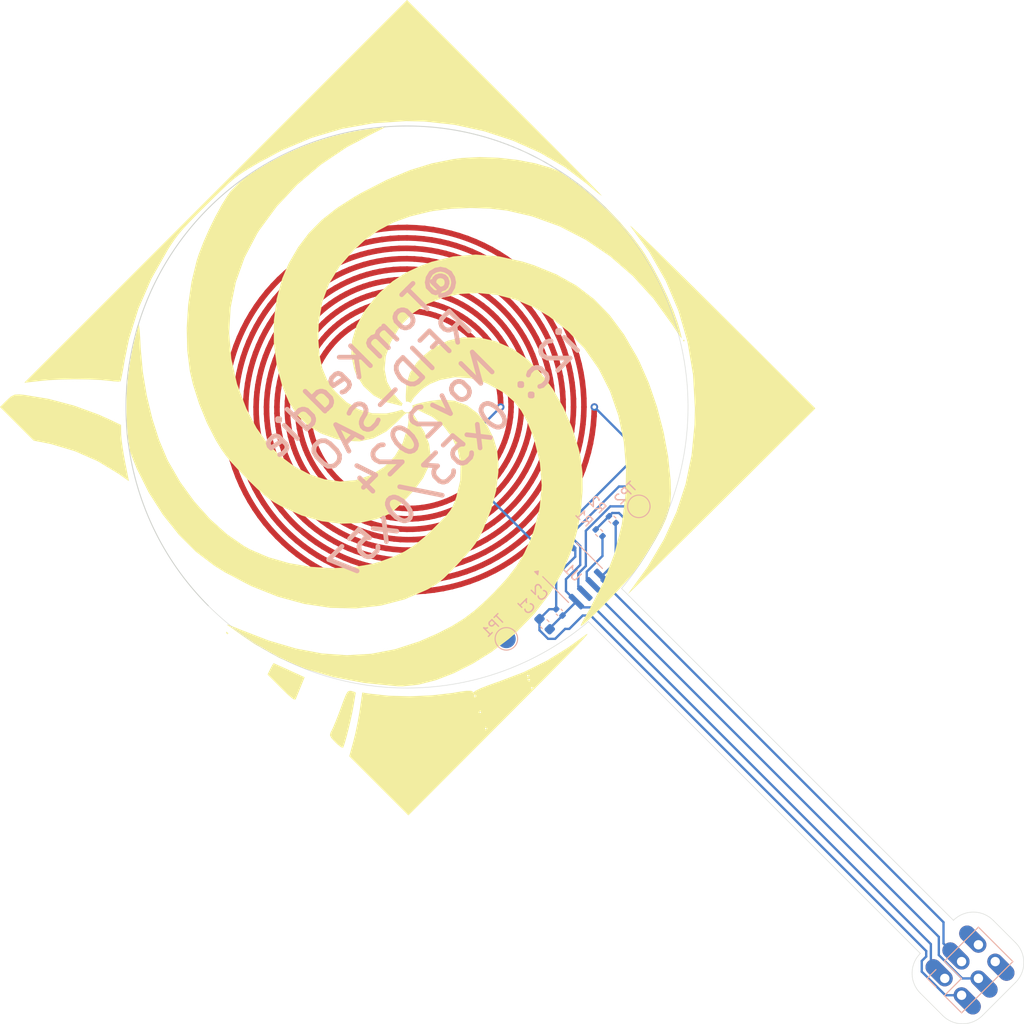
<source format=kicad_pcb>
(kicad_pcb (version 20240108) (generator "pcbnew") (generator_version "8.0")
  (layers (0 "F.Cu" signal) (31 "B.Cu" signal) (34 "B.Paste" user) (35 "F.Paste" user) (36 "B.SilkS" user "B.Silkscreen") (37 "F.SilkS" user "F.Silkscreen") (38 "B.Mask" user) (39 "F.Mask" user) (44 "Edge.Cuts" user))
  (net 0 "")
  (net 1 "GND")
  (net 2 "+3.3V")
  (net 3 "/SCL")
  (net 4 "/SDA")
  (net 5 "Net-(U1-VOUT)")
  (net 6 "Net-(U1-BUSY)")
  (net 7 "/AC1")
  (net 8 "/AC0")
  (footprint "library:silk2-negative" (layer "F.Cu") (at 73.660272 110.910272 45)
    (property "Reference" "G***" (hide yes))
    (property "Value" "LOGO" (hide yes))
  )
  (footprint "library:JLC_TOOL_HOLE" (layer "F.Cu") (at 134.75 170)
    (property "Reference" "REF**" (hide yes))
    (property "Value" "JLC_TOOL_HOLE" (hide yes))
  )
  (footprint "library:nrf_r20" (layer "F.Cu") (at 73.660272 110.910272)
    (property "Reference" "L1" (hide yes))
    (property "Value" "PCB COIL" (hide yes))
  )
  (footprint "library:JLC_TOOL_HOLE" (layer "F.Cu") (at 73.660272 110.910272)
    (property "Reference" "REF**" (hide yes))
    (property "Value" "JLC_TOOL_HOLE" (hide yes))
  )
  (footprint "library:SOIC-8_3.9x4.9mm_P1.27mm" (layer "B.Cu") (at 91.337942 128.587942 -45)
    (property "Reference" "U1")
    (property "Value" "M24LR64E")
  )
  (footprint "library:TestPoint_Pad_D2.0mm" (layer "B.Cu") (at 98.40901 121.516874 -135)
    (property "Reference" "TP2")
    (property "Value" "TestPoint")
  )
  (footprint "library:C_0402_1005Metric" (layer "B.Cu") (at 89.923728 132.830583 135)
    (property "Reference" "C2")
    (property "Value" "0.1uF/16V")
  )
  (footprint "library:PinHeader_2x03_P2.54mm_Vertical" (layer "B.Cu") (at 133.764349 171.014349 -45)
    (property "Reference" "X1" (hide yes))
    (property "Value" "Badgelife_sao_connector_v169bis" (hide yes))
  )
  (footprint "library:TestPoint_Pad_D2.0mm" (layer "B.Cu") (at 84.266874 135.65901 -135)
    (property "Reference" "TP1")
    (property "Value" "TestPoint")
  )
  (footprint "library:R_0402_1005Metric" (layer "B.Cu") (at 94.166369 124.345301 -45)
    (property "Reference" "R1")
    (property "Value" "10k")
  )
  (footprint "library:R_0402_1005Metric" (layer "B.Cu") (at 95.580583 122.931088 -45)
    (property "Reference" "R2")
    (property "Value" "10k")
  )
  (footprint "library:C_0603_1608Metric" (layer "B.Cu") (at 88.350416 134.085697 135)
    (property "Reference" "C1")
    (property "Value" "10uF/10V")
  )
  (gr_arc (start 131.996582 165.711048) (mid 134.117902 164.832368) (end 136.239223 165.711048) (stroke (width 0.05)) (layer "Edge.Cuts"))
  (gr_arc (start 135.092776 175.87831) (mid 132.97146 176.756984) (end 130.850135 175.87831) (stroke (width 0.05)) (layer "Edge.Cuts"))
  (gr_line (start 96.570532 130.284998) (end 131.996582 165.711048) (stroke (width 0.05)) (layer "Edge.Cuts"))
  (gr_arc (start 94.873476 89.697069) (mid 103.634181 109.659365) (end 96.567224 130.2822) (stroke (width 0.05)) (layer "Edge.Cuts"))
  (gr_line (start 138.62831 172.342776) (end 135.092776 175.87831) (stroke (width 0.05)) (layer "Edge.Cuts"))
  (gr_arc (start 52.447069 132.123476) (mid 52.447068 89.697068) (end 94.873476 89.697069) (stroke (width 0.1)) (layer "Edge.Cuts"))
  (gr_line (start 93.034998 133.820532) (end 128.461048 169.246582) (stroke (width 0.05)) (layer "Edge.Cuts"))
  (gr_arc (start 138.62831 168.100135) (mid 139.507004 170.22146) (end 138.62831 172.342776) (stroke (width 0.05)) (layer "Edge.Cuts"))
  (gr_arc (start 93.0322 133.817224) (mid 72.409365 140.884182) (end 52.447069 132.123476) (stroke (width 0.05)) (layer "Edge.Cuts"))
  (gr_arc (start 128.461048 173.489223) (mid 127.582368 171.367902) (end 128.461048 169.246582) (stroke (width 0.05)) (layer "Edge.Cuts"))
  (gr_line (start 136.239223 165.711048) (end 138.62831 168.100135) (stroke (width 0.05)) (layer "Edge.Cuts"))
  (gr_line (start 130.850135 175.87831) (end 128.461048 173.489223) (stroke (width 0.05)) (layer "Edge.Cuts"))
  (gr_text "@TomKeddie\nRFID-SAO\nNov2024\ni2c: 0x53/0x57" (at 73.660272 110.910272 45) (layer "B.SilkS") (effects (font (size 3 3) (thickness 0.5) (bold yes)) (justify mirror)))
  (segment (start 88.721647 135.65901) (end 87.802408 134.739771) (width 0.25) (layer "B.Cu") (net 1))
  (segment (start 131.133912 173.708426) (end 128.614255 171.188769) (width 0.25) (layer "B.Cu") (net 1))
  (segment (start 132.866323 173.708426) (end 131.133912 173.708426) (width 0.25) (layer "B.Cu") (net 1))
  (segment (start 90.534551 134.59835) (end 89.473891 135.65901) (width 0.25) (layer "B.Cu") (net 1))
  (segment (start 89.584317 128.927353) (end 89.584317 132.491171) (width 0.25) (layer "B.Cu") (net 1))
  (segment (start 128.614255 170.049955) (end 129.087327 169.576882) (width 0.25) (layer "B.Cu") (net 1))
  (segment (start 129.087327 169.576882) (end 129.087327 168.988977) (width 0.25) (layer "B.Cu") (net 1))
  (segment (start 88.848926 132.491171) (end 89.584317 132.491171) (width 0.25) (layer "B.Cu") (net 1))
  (segment (start 89.473891 135.65901) (end 88.721647 135.65901) (width 0.25) (layer "B.Cu") (net 1))
  (segment (start 93.347478 133.212578) (end 93.301639 133.166739) (width 0.25) (layer "B.Cu") (net 1))
  (segment (start 90.984389 134.59835) (end 90.534551 134.59835) (width 0.25) (layer "B.Cu") (net 1))
  (segment (start 129.087327 168.988977) (end 93.536479 133.438129) (width 0.25) (layer "B.Cu") (net 1))
  (segment (start 91.624319 126.180243) (end 91.624319 126.887351) (width 0.25) (layer "B.Cu") (net 1))
  (segment (start 87.802408 133.537689) (end 88.848926 132.491171) (width 0.25) (layer "B.Cu") (net 1))
  (segment (start 91.624319 126.887351) (end 89.584317 128.927353) (width 0.25) (layer "B.Cu") (net 1))
  (segment (start 87.802408 134.739771) (end 87.802408 133.537689) (width 0.25) (layer "B.Cu") (net 1))
  (segment (start 90.934891 125.490814) (end 91.624319 126.180243) (width 0.25) (layer "B.Cu") (net 1))
  (segment (start 92.415999 133.166739) (end 90.984389 134.59835) (width 0.25) (layer "B.Cu") (net 1))
  (segment (start 128.614255 171.188769) (end 128.614255 170.049955) (width 0.25) (layer "B.Cu") (net 1))
  (segment (start 93.536479 133.438129) (end 93.347478 133.212578) (width 0.25) (layer "B.Cu") (net 1))
  (segment (start 93.301639 133.166739) (end 92.415999 133.166739) (width 0.25) (layer "B.Cu") (net 1))
  (segment (start 95.219958 122.570463) (end 95.56644 122.223981) (width 0.25) (layer "B.Cu") (net 2))
  (segment (start 90.630835 130.574912) (end 91.740993 131.68507) (width 0.25) (layer "B.Cu") (net 2))
  (segment (start 99.116117 123.638194) (end 100.53033 122.223981) (width 0.25) (layer "B.Cu") (net 2))
  (segment (start 91.337942 124.345301) (end 91.337942 124.939271) (width 0.25) (layer "B.Cu") (net 2))
  (segment (start 96.287689 119.395554) (end 91.337942 124.345301) (width 0.25) (layer "B.Cu") (net 2))
  (segment (start 92.356176 132.300253) (end 91.740993 131.68507) (width 0.25) (layer "B.Cu") (net 2))
  (segment (start 97.701903 123.638194) (end 99.116117 123.638194) (width 0.25) (layer "B.Cu") (net 2))
  (segment (start 92.152259 127.773625) (end 90.630835 129.295049) (width 0.25) (layer "B.Cu") (net 2))
  (segment (start 100.53033 120.809767) (end 99.116117 119.395554) (width 0.25) (layer "B.Cu") (net 2))
  (segment (start 131.070272 171.912374) (end 129.587327 170.429429) (width 0.25) (layer "B.Cu") (net 2))
  (segment (start 90.630835 129.295049) (end 90.630835 130.574912) (width 0.25) (layer "B.Cu") (net 2))
  (segment (start 92.152259 125.753588) (end 92.152259 127.773625) (width 0.25) (layer "B.Cu") (net 2))
  (segment (start 93.805745 123.984677) (end 95.219958 122.570463) (width 0.25) (layer "B.Cu") (net 2))
  (segment (start 90.26314 133.169994) (end 88.898424 134.53471) (width 0.25) (layer "B.Cu") (net 2))
  (segment (start 129.587327 168.25154) (end 93.636039 132.300253) (width 0.25) (layer "B.Cu") (net 2))
  (segment (start 96.287689 122.223981) (end 97.701903 123.638194) (width 0.25) (layer "B.Cu") (net 2))
  (segment (start 95.56644 122.223981) (end 96.287689 122.223981) (width 0.25) (layer "B.Cu") (net 2))
  (segment (start 88.898424 134.53471) (end 88.898424 134.633705) (width 0.25) (layer "B.Cu") (net 2))
  (segment (start 100.53033 122.223981) (end 100.53033 120.809767) (width 0.25) (layer "B.Cu") (net 2))
  (segment (start 91.740993 131.68507) (end 90.26314 133.162923) (width 0.25) (layer "B.Cu") (net 2))
  (segment (start 99.116117 119.395554) (end 96.287689 119.395554) (width 0.25) (layer "B.Cu") (net 2))
  (segment (start 91.337942 124.939271) (end 92.152259 125.753588) (width 0.25) (layer "B.Cu") (net 2))
  (segment (start 129.587327 170.429429) (end 129.587327 168.25154) (width 0.25) (layer "B.Cu") (net 2))
  (segment (start 90.26314 133.162923) (end 90.26314 133.169994) (width 0.25) (layer "B.Cu") (net 2))
  (segment (start 93.636039 132.300253) (end 92.356176 132.300253) (width 0.25) (layer "B.Cu") (net 2))
  (segment (start 130.435922 169.418334) (end 132.929963 171.912374) (width 0.25) (layer "B.Cu") (net 3))
  (segment (start 132.929963 171.912374) (end 134.662374 171.912374) (width 0.25) (layer "B.Cu") (net 3))
  (segment (start 92.847616 128.492482) (end 92.847616 129.19959) (width 0.25) (layer "B.Cu") (net 3))
  (segment (start 93.537044 129.889018) (end 94.696699 131.048674) (width 0.25) (layer "B.Cu") (net 3))
  (segment (start 94.526994 124.705926) (end 94.526994 126.813104) (width 0.25) (layer "B.Cu") (net 3))
  (segment (start 92.847616 129.19959) (end 93.537044 129.889018) (width 0.25) (layer "B.Cu") (net 3))
  (segment (start 94.696699 131.048674) (end 94.696699 131.739592) (width 0.25) (layer "B.Cu") (net 3))
  (segment (start 94.526994 126.813104) (end 92.847616 128.492482) (width 0.25) (layer "B.Cu") (net 3))
  (segment (start 130.435922 167.478815) (end 130.435922 169.418334) (width 0.25) (layer "B.Cu") (net 3))
  (segment (start 94.696699 131.739592) (end 130.435922 167.478815) (width 0.25) (layer "B.Cu") (net 3))
  (segment (start 130.935922 168.185922) (end 130.935922 165.916107) (width 0.25) (layer "B.Cu") (net 4))
  (segment (start 132.51277 169.76277) (end 130.935922 168.185922) (width 0.25) (layer "B.Cu") (net 4))
  (segment (start 95.941207 127.484855) (end 95.941207 123.291712) (width 0.25) (layer "B.Cu") (net 4))
  (segment (start 94.43507 128.990993) (end 95.941207 127.484855) (width 0.25) (layer "B.Cu") (net 4))
  (segment (start 94.43507 129.415255) (end 94.43507 128.990993) (width 0.25) (layer "B.Cu") (net 4))
  (segment (start 130.935922 165.916107) (end 94.43507 129.415255) (width 0.25) (layer "B.Cu") (net 4))
  (segment (start 84.266874 132.158831) (end 88.240814 128.184891) (width 0.25) (layer "B.Cu") (net 5))
  (segment (start 84.266874 135.65901) (end 84.266874 132.158831) (width 0.25) (layer "B.Cu") (net 5))
  (segment (start 91.94959 128.683401) (end 92.752155 127.880835) (width 0.25) (layer "B.Cu") (net 6))
  (segment (start 91.94959 130.097616) (end 91.94959 128.683401) (width 0.25) (layer "B.Cu") (net 6))
  (segment (start 92.752155 127.880835) (end 92.752155 124.126098) (width 0.25) (layer "B.Cu") (net 6))
  (segment (start 92.752155 124.126098) (end 95.36138 121.516874) (width 0.25) (layer "B.Cu") (net 6))
  (segment (start 95.36138 121.516874) (end 98.40901 121.516874) (width 0.25) (layer "B.Cu") (net 6))
  (segment (start 92.639018 130.787044) (end 91.94959 130.097616) (width 0.25) (layer "B.Cu") (net 6))
  (segment (start 97.525126 114.775126) (end 97.525126 116.743903) (width 0.25) (layer "B.Cu") (net 7))
  (segment (start 93.660273 110.910272) (end 97.525126 114.775126) (width 0.25) (layer "B.Cu") (net 7))
  (segment (start 89.393398 124.875631) (end 89.393398 125.745373) (width 0.25) (layer "B.Cu") (net 7))
  (segment (start 89.393398 125.745373) (end 90.036865 126.38884) (width 0.25) (layer "B.Cu") (net 7))
  (segment (start 97.525126 116.743903) (end 89.393398 124.875631) (width 0.25) (layer "B.Cu") (net 7))
  (segment (start 80.20101 114.369535) (end 80.20101 118.349036) (width 0.25) (layer "B.Cu") (net 8))
  (segment (start 80.20101 118.349036) (end 89.13884 127.286865) (width 0.25) (layer "B.Cu") (net 8))
  (segment (start 83.660273 110.910272) (end 80.20101 114.369535) (width 0.25) (layer "B.Cu") (net 8))
)
</source>
